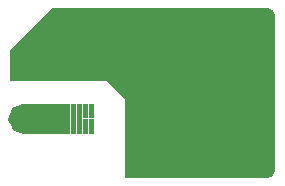
<source format=gbl>
%TF.GenerationSoftware,KiCad,Pcbnew,6.0.4-6f826c9f35~116~ubuntu18.04.1*%
%TF.CreationDate,2022-04-20T20:45:48+02:00*%
%TF.ProjectId,FETProbe_tiny,46455450-726f-4626-955f-74696e792e6b,rev?*%
%TF.SameCoordinates,Original*%
%TF.FileFunction,Copper,L2,Bot*%
%TF.FilePolarity,Positive*%
%FSLAX46Y46*%
G04 Gerber Fmt 4.6, Leading zero omitted, Abs format (unit mm)*
G04 Created by KiCad (PCBNEW 6.0.4-6f826c9f35~116~ubuntu18.04.1) date 2022-04-20 20:45:48*
%MOMM*%
%LPD*%
G01*
G04 APERTURE LIST*
%TA.AperFunction,EtchedComponent*%
%ADD10C,1.250000*%
%TD*%
%TA.AperFunction,ComponentPad*%
%ADD11C,2.000000*%
%TD*%
%TA.AperFunction,ViaPad*%
%ADD12C,0.600000*%
%TD*%
G04 APERTURE END LIST*
G36*
X108970000Y-102240000D02*
G01*
X109370000Y-102240000D01*
X109370000Y-103440000D01*
X108970000Y-103440000D01*
X108970000Y-102240000D01*
G37*
G36*
X107970000Y-100940000D02*
G01*
X108370000Y-100940000D01*
X108370000Y-103440000D01*
X107970000Y-103440000D01*
X107970000Y-100940000D01*
G37*
G36*
X108470000Y-100940000D02*
G01*
X108870000Y-100940000D01*
X108870000Y-102140000D01*
X108470000Y-102140000D01*
X108470000Y-100940000D01*
G37*
G36*
X108970000Y-100940000D02*
G01*
X109370000Y-100940000D01*
X109370000Y-102140000D01*
X108970000Y-102140000D01*
X108970000Y-100940000D01*
G37*
G36*
X107470000Y-100940000D02*
G01*
X107870000Y-100940000D01*
X107870000Y-103440000D01*
X107470000Y-103440000D01*
X107470000Y-100940000D01*
G37*
G36*
X108470000Y-102240000D02*
G01*
X108870000Y-102240000D01*
X108870000Y-103440000D01*
X108470000Y-103440000D01*
X108470000Y-102240000D01*
G37*
D10*
X103995000Y-102190000D02*
G75*
G03*
X103995000Y-102190000I-625000J0D01*
G01*
G36*
X107370000Y-103440000D02*
G01*
X103370000Y-103440000D01*
X103370000Y-100940000D01*
X107370000Y-100940000D01*
X107370000Y-103440000D01*
G37*
D11*
X103370000Y-102190000D03*
X103400000Y-97400000D03*
D12*
X124100000Y-104600000D03*
X124100000Y-98600000D03*
X118400000Y-95600000D03*
X104900000Y-94400000D03*
X113000000Y-100200000D03*
X116700000Y-93400000D03*
X123100000Y-98500000D03*
X105900000Y-93400000D03*
X115000000Y-104000000D03*
X116500000Y-102000000D03*
X123100000Y-104500000D03*
X111600000Y-94300000D03*
X114400000Y-101400000D03*
X114800000Y-105700000D03*
X116700000Y-106600000D03*
X115700000Y-93400000D03*
X109700000Y-93400000D03*
X118400000Y-98400000D03*
X118000000Y-104000000D03*
X121900000Y-101500000D03*
X110700000Y-93400000D03*
X120500000Y-93400000D03*
X121900000Y-98500000D03*
X121900000Y-95500000D03*
X107600000Y-96600000D03*
X123100000Y-95500000D03*
X112500000Y-104000000D03*
X117700000Y-101300000D03*
X124100000Y-95400000D03*
X120500000Y-106600000D03*
X103900000Y-95400000D03*
X122300000Y-93400000D03*
X124100000Y-106600000D03*
X123100000Y-101500000D03*
X115700000Y-106600000D03*
X114800000Y-94300000D03*
X112500000Y-105500000D03*
X120500000Y-102000000D03*
X116500000Y-104000000D03*
X118400000Y-94300000D03*
X112500000Y-102000000D03*
X113500000Y-104500000D03*
X113200000Y-94300000D03*
X121900000Y-104500000D03*
X112100000Y-99300000D03*
X118400000Y-105700000D03*
X124100000Y-101400000D03*
X112100000Y-98000000D03*
X110100000Y-96000000D03*
X118400000Y-100000000D03*
X120500000Y-104000000D03*
X122300000Y-106600000D03*
X124100000Y-93400000D03*
%TA.AperFunction,Conductor*%
G36*
X123980082Y-92801624D02*
G01*
X124000000Y-92805136D01*
X124006376Y-92804012D01*
X124006378Y-92804012D01*
X124006872Y-92803925D01*
X124026971Y-92803157D01*
X124129212Y-92813227D01*
X124143440Y-92816057D01*
X124260713Y-92851631D01*
X124274115Y-92857183D01*
X124382193Y-92914952D01*
X124394255Y-92923011D01*
X124488987Y-93000755D01*
X124499245Y-93011013D01*
X124576989Y-93105745D01*
X124585048Y-93117807D01*
X124642817Y-93225885D01*
X124648369Y-93239287D01*
X124683943Y-93356560D01*
X124686773Y-93370788D01*
X124696843Y-93473029D01*
X124696075Y-93493128D01*
X124695988Y-93493622D01*
X124694864Y-93500000D01*
X124695988Y-93506374D01*
X124698376Y-93519917D01*
X124699500Y-93532767D01*
X124699500Y-106467233D01*
X124698376Y-106480082D01*
X124694864Y-106500000D01*
X124695988Y-106506376D01*
X124695988Y-106506378D01*
X124696075Y-106506872D01*
X124696843Y-106526971D01*
X124686773Y-106629212D01*
X124683943Y-106643440D01*
X124648369Y-106760713D01*
X124642817Y-106774115D01*
X124585048Y-106882193D01*
X124576989Y-106894255D01*
X124499245Y-106988987D01*
X124488987Y-106999245D01*
X124394255Y-107076989D01*
X124382193Y-107085048D01*
X124274115Y-107142817D01*
X124260713Y-107148369D01*
X124143440Y-107183943D01*
X124129212Y-107186773D01*
X124026971Y-107196843D01*
X124006872Y-107196075D01*
X124006378Y-107195988D01*
X124006376Y-107195988D01*
X124000000Y-107194864D01*
X123988777Y-107196843D01*
X123980083Y-107198376D01*
X123967233Y-107199500D01*
X112074000Y-107199500D01*
X112026434Y-107182187D01*
X112001124Y-107138350D01*
X112000000Y-107125500D01*
X112000000Y-100500000D01*
X110500000Y-99000000D01*
X102374500Y-99000000D01*
X102326934Y-98982687D01*
X102301624Y-98938850D01*
X102300500Y-98926000D01*
X102300500Y-96355123D01*
X102317813Y-96307557D01*
X102322174Y-96302797D01*
X105802797Y-92822174D01*
X105848673Y-92800782D01*
X105855123Y-92800500D01*
X123967233Y-92800500D01*
X123980082Y-92801624D01*
G37*
%TD.AperFunction*%
M02*

</source>
